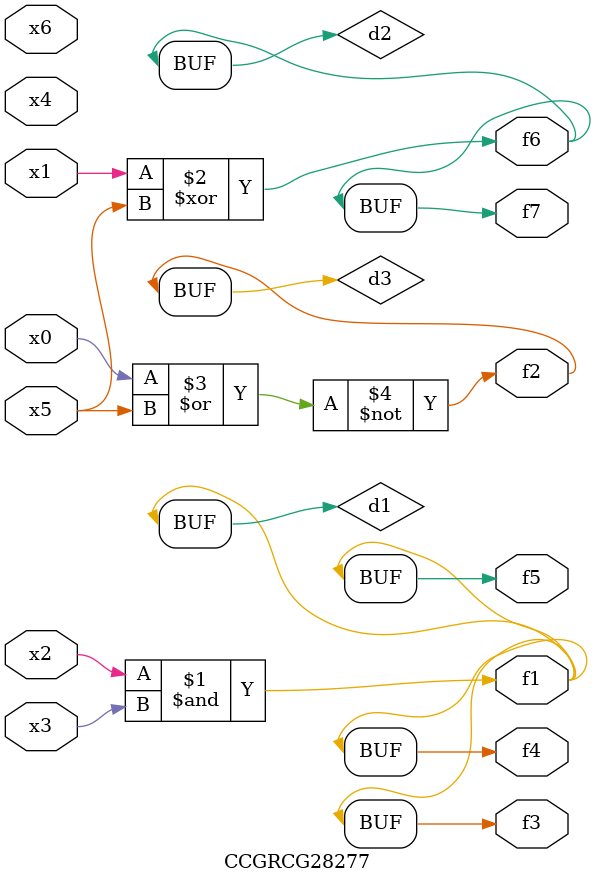
<source format=v>
module CCGRCG28277(
	input x0, x1, x2, x3, x4, x5, x6,
	output f1, f2, f3, f4, f5, f6, f7
);

	wire d1, d2, d3;

	and (d1, x2, x3);
	xor (d2, x1, x5);
	nor (d3, x0, x5);
	assign f1 = d1;
	assign f2 = d3;
	assign f3 = d1;
	assign f4 = d1;
	assign f5 = d1;
	assign f6 = d2;
	assign f7 = d2;
endmodule

</source>
